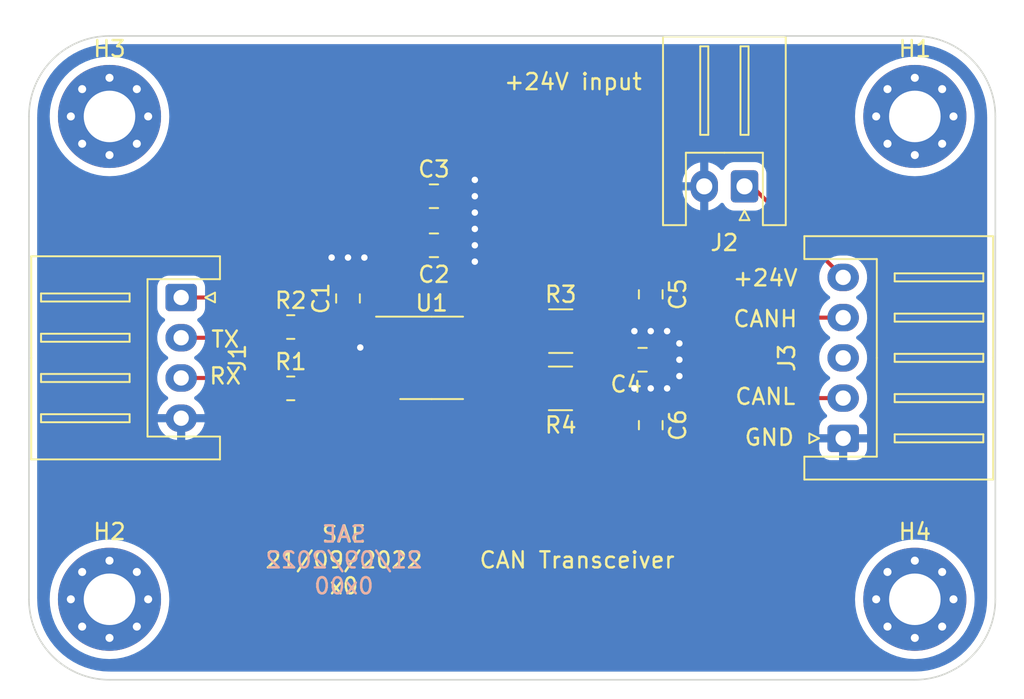
<source format=kicad_pcb>
(kicad_pcb (version 20211014) (generator pcbnew)
  (layers (0 "F.Cu" signal) (31 "B.Cu" signal) (34 "B.Paste" user) (35 "F.Paste" user) (36 "B.SilkS" user "B.Silkscreen") (37 "F.SilkS" user "F.Silkscreen") (38 "B.Mask" user) (39 "F.Mask" user) (44 "Edge.Cuts" user))
  (net 0 "")
  (net 1 "+3.3V")
  (net 2 "Net-(C4-Pad1)")
  (net 3 "/CANH")
  (net 4 "GND")
  (net 5 "+24V")
  (net 6 "/CANL")
  (net 7 "/TX")
  (net 8 "/RX")
  (net 9 "Earth_Protective")
  (net 10 "Net-(C1-Pad1)")
  (net 11 "Net-(R1-Pad2)")
  (footprint "MountingHole:MountingHole_3.2mm_M3_Pad_Via" (layer "F.Cu") (at 100 70)
    (fp_text reference "H2" (at 0 -4.2) (layer "F.SilkS"))
    (fp_text value "MountingHole")
    (pad "1" thru_hole circle (at -1.697056 1.697056) (size 0.8 0.8) (drill 0.5) (layers *.Cu *.Mask))
    (pad "1" thru_hole circle (at 1.697056 1.697056) (size 0.8 0.8) (drill 0.5) (layers *.Cu *.Mask))
    (pad "1" thru_hole circle (at 1.697056 -1.697056) (size 0.8 0.8) (drill 0.5) (layers *.Cu *.Mask))
    (pad "1" thru_hole circle (at 2.4 0) (size 0.8 0.8) (drill 0.5) (layers *.Cu *.Mask))
    (pad "1" thru_hole circle (at 0 -2.4) (size 0.8 0.8) (drill 0.5) (layers *.Cu *.Mask))
    (pad "1" thru_hole circle (at -1.697056 -1.697056) (size 0.8 0.8) (drill 0.5) (layers *.Cu *.Mask))
    (pad "1" thru_hole circle (at -2.4 0) (size 0.8 0.8) (drill 0.5) (layers *.Cu *.Mask))
    (pad "1" thru_hole circle (at 0 0) (size 6.4 6.4) (drill 3.2) (layers *.Cu *.Mask))
    (pad "1" thru_hole circle (at 0 2.4) (size 0.8 0.8) (drill 0.5) (layers *.Cu *.Mask))
  )
  (footprint "Resistor_SMD:R_1210_3225Metric" (layer "F.Cu") (at 128 56.896)
    (fp_text reference "R4" (at 0.016 2.286) (layer "F.SilkS"))
    (fp_text value "R_Small")
    (fp_line (start -0.723737 -1.355) (end 0.723737 -1.355) (layer "F.SilkS") (width 0.12))
    (fp_line (start -0.723737 1.355) (end 0.723737 1.355) (layer "F.SilkS") (width 0.12))
    (pad "1" smd roundrect (at -1.4625 0) (size 1.125 2.65) (layers "F.Cu" "F.Paste" "F.Mask") (roundrect_rratio 0.222222) (net 6 "/CANL"))
    (pad "2" smd roundrect (at 1.4625 0) (size 1.125 2.65) (layers "F.Cu" "F.Paste" "F.Mask") (roundrect_rratio 0.222222) (net 2 "Net-(C4-Pad1)"))
  )
  (footprint "Connector_JST:JST_XH_S4B-XH-A_1x04_P2.50mm_Horizontal" (layer "F.Cu") (at 104.45 51.25 -90)
    (fp_text reference "J1" (at 3.75 -3.5 90) (layer "F.SilkS"))
    (fp_text value "Conn_01x04")
    (fp_line (start 7.25 3.2) (end 7.25 8.7) (layer "F.SilkS") (width 0.12))
    (fp_line (start 5.25 8.7) (end 5.25 3.2) (layer "F.SilkS") (width 0.12))
    (fp_line (start 0.25 8.7) (end 0.25 3.2) (layer "F.SilkS") (width 0.12))
    (fp_line (start -2.56 -2.41) (end -1.14 -2.41) (layer "F.SilkS") (width 0.12))
    (fp_line (start 10.06 -2.41) (end 8.64 -2.41) (layer "F.SilkS") (width 0.12))
    (fp_line (start 3.75 9.31) (end 10.06 9.31) (layer "F.SilkS") (width 0.12))
    (fp_line (start 4.75 3.2) (end 4.75 8.7) (layer "F.SilkS") (width 0.12))
    (fp_line (start -0.25 3.2) (end -0.25 8.7) (layer "F.SilkS") (width 0.12))
    (fp_line (start 0.3 -2.1) (end 0 -1.5) (layer "F.SilkS") (width 0.12))
    (fp_line (start -0.25 8.7) (end 0.25 8.7) (layer "F.SilkS") (width 0.12))
    (fp_line (start 2.75 8.7) (end 2.75 3.2) (layer "F.SilkS") (width 0.12))
    (fp_line (start -0.3 -2.1) (end 0.3 -2.1) (layer "F.SilkS") (width 0.12))
    (fp_line (start 2.75 3.2) (end 2.25 3.2) (layer "F.SilkS") (width 0.12))
    (fp_line (start -1.14 2.09) (end 3.75 2.09) (layer "F.SilkS") (width 0.12))
    (fp_line (start 10.06 9.31) (end 10.06 -2.41) (layer "F.SilkS") (width 0.12))
    (fp_line (start 5.25 3.2) (end 4.75 3.2) (layer "F.SilkS") (width 0.12))
    (fp_line (start 3.75 9.31) (end -2.56 9.31) (layer "F.SilkS") (width 0.12))
    (fp_line (start 2.25 3.2) (end 2.25 8.7) (layer "F.SilkS") (width 0.12))
    (fp_line (start 2.25 8.7) (end 2.75 8.7) (layer "F.SilkS") (width 0.12))
    (fp_line (start 8.64 -2.41) (end 8.64 2.09) (layer "F.SilkS") (width 0.12))
    (fp_line (start 4.75 8.7) (end 5.25 8.7) (layer "F.SilkS") (width 0.12))
    (fp_line (start 0.25 3.2) (end -0.25 3.2) (layer "F.SilkS") (width 0.12))
    (fp_line (start 0 -1.5) (end -0.3 -2.1) (layer "F.SilkS") (width 0.12))
    (fp_line (start 7.25 8.7) (end 7.75 8.7) (layer "F.SilkS") (width 0.12))
    (fp_line (start -2.56 9.31) (end -2.56 -2.41) (layer "F.SilkS") (width 0.12))
    (fp_line (start 8.64 2.09) (end 3.75 2.09) (layer "F.SilkS") (width 0.12))
    (fp_line (start 7.75 3.2) (end 7.25 3.2) (layer "F.SilkS") (width 0.12))
    (fp_line (start -1.14 -2.41) (end -1.14 2.09) (layer "F.SilkS") (width 0.12))
    (fp_line (start 7.75 8.7) (end 7.75 3.2) (layer "F.SilkS") (width 0.12))
    (pad "1" thru_hole roundrect (at 0 0 270) (size 1.7 1.95) (drill 0.95) (layers *.Cu *.Mask) (roundrect_rratio 0.147059) (net 1 "+3.3V"))
    (pad "2" thru_hole oval (at 2.5 0 270) (size 1.7 1.95) (drill 0.95) (layers *.Cu *.Mask) (net 7 "/TX"))
    (pad "3" thru_hole oval (at 5 0 270) (size 1.7 1.95) (drill 0.95) (layers *.Cu *.Mask) (net 8 "/RX"))
    (pad "4" thru_hole oval (at 7.5 0 270) (size 1.7 1.95) (drill 0.95) (layers *.Cu *.Mask) (net 4 "GND"))
  )
  (footprint "Resistor_SMD:R_1210_3225Metric" (layer "F.Cu") (at 128.016 53.34)
    (fp_text reference "R3" (at 0 -2.28) (layer "F.SilkS"))
    (fp_text value "R_Small")
    (fp_line (start -0.723737 1.355) (end 0.723737 1.355) (layer "F.SilkS") (width 0.12))
    (fp_line (start -0.723737 -1.355) (end 0.723737 -1.355) (layer "F.SilkS") (width 0.12))
    (pad "1" smd roundrect (at -1.4625 0) (size 1.125 2.65) (layers "F.Cu" "F.Paste" "F.Mask") (roundrect_rratio 0.222222) (net 3 "/CANH"))
    (pad "2" smd roundrect (at 1.4625 0) (size 1.125 2.65) (layers "F.Cu" "F.Paste" "F.Mask") (roundrect_rratio 0.222222) (net 2 "Net-(C4-Pad1)"))
  )
  (footprint "Package_SO:SOIC-8_3.9x4.9mm_P1.27mm" (layer "F.Cu") (at 120 55)
    (fp_text reference "U1" (at 0 -3.4) (layer "F.SilkS"))
    (fp_text value "SN65HVD232")
    (fp_line (start 0 2.56) (end 1.95 2.56) (layer "F.SilkS") (width 0.12))
    (fp_line (start 0 2.56) (end -1.95 2.56) (layer "F.SilkS") (width 0.12))
    (fp_line (start 0 -2.56) (end 1.95 -2.56) (layer "F.SilkS") (width 0.12))
    (fp_line (start 0 -2.56) (end -3.45 -2.56) (layer "F.SilkS") (width 0.12))
    (pad "1" smd roundrect (at -2.475 -1.905) (size 1.95 0.6) (layers "F.Cu" "F.Paste" "F.Mask") (net 10 "Net-(C1-Pad1)"))
    (pad "2" smd roundrect (at -2.475 -0.635) (size 1.95 0.6) (layers "F.Cu" "F.Paste" "F.Mask") (net 4 "GND"))
    (pad "3" smd roundrect (at -2.475 0.635) (size 1.95 0.6) (layers "F.Cu" "F.Paste" "F.Mask") (net 1 "+3.3V"))
    (pad "4" smd roundrect (at -2.475 1.905) (size 1.95 0.6) (layers "F.Cu" "F.Paste" "F.Mask") (net 11 "Net-(R1-Pad2)"))
    (pad "5" smd roundrect (at 2.475 1.905) (size 1.95 0.6) (layers "F.Cu" "F.Paste" "F.Mask"))
    (pad "6" smd roundrect (at 2.475 0.635) (size 1.95 0.6) (layers "F.Cu" "F.Paste" "F.Mask") (net 6 "/CANL"))
    (pad "7" smd roundrect (at 2.475 -0.635) (size 1.95 0.6) (layers "F.Cu" "F.Paste" "F.Mask") (net 3 "/CANH"))
    (pad "8" smd roundrect (at 2.475 -1.905) (size 1.95 0.6) (layers "F.Cu" "F.Paste" "F.Mask"))
  )
  (footprint "MountingHole:MountingHole_3.2mm_M3_Pad_Via" (layer "F.Cu") (at 150 40)
    (fp_text reference "H1" (at 0 -4.2) (layer "F.SilkS"))
    (fp_text value "MountingHole")
    (pad "1" thru_hole circle (at 0 -2.4) (size 0.8 0.8) (drill 0.5) (layers *.Cu *.Mask))
    (pad "1" thru_hole circle (at 0 2.4) (size 0.8 0.8) (drill 0.5) (layers *.Cu *.Mask))
    (pad "1" thru_hole circle (at -1.697056 1.697056) (size 0.8 0.8) (drill 0.5) (layers *.Cu *.Mask))
    (pad "1" thru_hole circle (at 2.4 0) (size 0.8 0.8) (drill 0.5) (layers *.Cu *.Mask))
    (pad "1" thru_hole circle (at -1.697056 -1.697056) (size 0.8 0.8) (drill 0.5) (layers *.Cu *.Mask))
    (pad "1" thru_hole circle (at -2.4 0) (size 0.8 0.8) (drill 0.5) (layers *.Cu *.Mask))
    (pad "1" thru_hole circle (at 1.697056 1.697056) (size 0.8 0.8) (drill 0.5) (layers *.Cu *.Mask))
    (pad "1" thru_hole circle (at 1.697056 -1.697056) (size 0.8 0.8) (drill 0.5) (layers *.Cu *.Mask))
    (pad "1" thru_hole circle (at 0 0) (size 6.4 6.4) (drill 3.2) (layers *.Cu *.Mask))
  )
  (footprint "Capacitor_SMD:C_0805_2012Metric" (layer "F.Cu") (at 120.142 48.006)
    (fp_text reference "C2" (at 0 1.816) (layer "F.SilkS"))
    (fp_text value "C_Small")
    (fp_line (start -0.261252 0.735) (end 0.261252 0.735) (layer "F.SilkS") (width 0.12))
    (fp_line (start -0.261252 -0.735) (end 0.261252 -0.735) (layer "F.SilkS") (width 0.12))
    (pad "1" smd roundrect (at -0.95 0) (size 1 1.45) (layers "F.Cu" "F.Paste" "F.Mask") (net 1 "+3.3V"))
    (pad "2" smd roundrect (at 0.95 0) (size 1 1.45) (layers "F.Cu" "F.Paste" "F.Mask") (net 4 "GND"))
  )
  (footprint "Capacitor_SMD:C_0805_2012Metric" (layer "F.Cu") (at 114.808 51.308 90)
    (fp_text reference "C1" (at 0 -1.68 90) (layer "F.SilkS"))
    (fp_text value "C_Small")
    (fp_line (start -0.261252 -0.735) (end 0.261252 -0.735) (layer "F.SilkS") (width 0.12))
    (fp_line (start -0.261252 0.735) (end 0.261252 0.735) (layer "F.SilkS") (width 0.12))
    (pad "1" smd roundrect (at -0.95 0 90) (size 1 1.45) (layers "F.Cu" "F.Paste" "F.Mask") (net 10 "Net-(C1-Pad1)"))
    (pad "2" smd roundrect (at 0.95 0 90) (size 1 1.45) (layers "F.Cu" "F.Paste" "F.Mask") (net 4 "GND"))
  )
  (footprint "MountingHole:MountingHole_3.2mm_M3_Pad_Via" (layer "F.Cu") (at 150 70)
    (fp_text reference "H4" (at 0 -4.2) (layer "F.SilkS"))
    (fp_text value "MountingHole")
    (pad "1" thru_hole circle (at 0 -2.4) (size 0.8 0.8) (drill 0.5) (layers *.Cu *.Mask))
    (pad "1" thru_hole circle (at -1.697056 1.697056) (size 0.8 0.8) (drill 0.5) (layers *.Cu *.Mask))
    (pad "1" thru_hole circle (at 0 2.4) (size 0.8 0.8) (drill 0.5) (layers *.Cu *.Mask))
    (pad "1" thru_hole circle (at 2.4 0) (size 0.8 0.8) (drill 0.5) (layers *.Cu *.Mask))
    (pad "1" thru_hole circle (at -1.697056 -1.697056) (size 0.8 0.8) (drill 0.5) (layers *.Cu *.Mask))
    (pad "1" thru_hole circle (at 1.697056 1.697056) (size 0.8 0.8) (drill 0.5) (layers *.Cu *.Mask))
    (pad "1" thru_hole circle (at -2.4 0) (size 0.8 0.8) (drill 0.5) (layers *.Cu *.Mask))
    (pad "1" thru_hole circle (at 0 0) (size 6.4 6.4) (drill 3.2) (layers *.Cu *.Mask))
    (pad "1" thru_hole circle (at 1.697056 -1.697056) (size 0.8 0.8) (drill 0.5) (layers *.Cu *.Mask))
  )
  (footprint "MountingHole:MountingHole_3.2mm_M3_Pad_Via" (layer "F.Cu") (at 100 40)
    (fp_text reference "H3" (at 0 -4.2) (layer "F.SilkS"))
    (fp_text value "MountingHole")
    (pad "1" thru_hole circle (at 1.697056 1.697056) (size 0.8 0.8) (drill 0.5) (layers *.Cu *.Mask))
    (pad "1" thru_hole circle (at 0 0) (size 6.4 6.4) (drill 3.2) (layers *.Cu *.Mask))
    (pad "1" thru_hole circle (at -2.4 0) (size 0.8 0.8) (drill 0.5) (layers *.Cu *.Mask))
    (pad "1" thru_hole circle (at -1.697056 -1.697056) (size 0.8 0.8) (drill 0.5) (layers *.Cu *.Mask))
    (pad "1" thru_hole circle (at 1.697056 -1.697056) (size 0.8 0.8) (drill 0.5) (layers *.Cu *.Mask))
    (pad "1" thru_hole circle (at 0 -2.4) (size 0.8 0.8) (drill 0.5) (layers *.Cu *.Mask))
    (pad "1" thru_hole circle (at 0 2.4) (size 0.8 0.8) (drill 0.5) (layers *.Cu *.Mask))
    (pad "1" thru_hole circle (at 2.4 0) (size 0.8 0.8) (drill 0.5) (layers *.Cu *.Mask))
    (pad "1" thru_hole circle (at -1.697056 1.697056) (size 0.8 0.8) (drill 0.5) (layers *.Cu *.Mask))
  )
  (footprint "Capacitor_SMD:C_0805_2012Metric" (layer "F.Cu") (at 133.604 51.054 -90)
    (fp_text reference "C5" (at 0 -1.68 90) (layer "F.SilkS"))
    (fp_text value "C_Small")
    (fp_line (start -0.261252 0.735) (end 0.261252 0.735) (layer "F.SilkS") (width 0.12))
    (fp_line (start -0.261252 -0.735) (end 0.261252 -0.735) (layer "F.SilkS") (width 0.12))
    (pad "1" smd roundrect (at -0.95 0 270) (size 1 1.45) (layers "F.Cu" "F.Paste" "F.Mask") (net 3 "/CANH"))
    (pad "2" smd roundrect (at 0.95 0 270) (size 1 1.45) (layers "F.Cu" "F.Paste" "F.Mask") (net 4 "GND"))
  )
  (footprint "Resistor_SMD:R_0805_2012Metric" (layer "F.Cu") (at 111.252 56.896)
    (fp_text reference "R1" (at 0 -1.65) (layer "F.SilkS"))
    (fp_text value "R_Small")
    (fp_line (start -0.227064 0.735) (end 0.227064 0.735) (layer "F.SilkS") (width 0.12))
    (fp_line (start -0.227064 -0.735) (end 0.227064 -0.735) (layer "F.SilkS") (width 0.12))
    (pad "1" smd roundrect (at -0.9125 0) (size 1.025 1.4) (layers "F.Cu" "F.Paste" "F.Mask") (roundrect_rratio 0.243902) (net 8 "/RX"))
    (pad "2" smd roundrect (at 0.9125 0) (size 1.025 1.4) (layers "F.Cu" "F.Paste" "F.Mask") (roundrect_rratio 0.243902) (net 11 "Net-(R1-Pad2)"))
  )
  (footprint "Connector_JST:JST_XH_S2B-XH-A_1x02_P2.50mm_Horizontal" (layer "F.Cu") (at 139.426 44.344 180)
    (fp_text reference "J2" (at 1.25 -3.5) (layer "F.SilkS"))
    (fp_text value "Conn_01x02")
    (fp_line (start 2.75 3.2) (end 2.25 3.2) (layer "F.SilkS") (width 0.12))
    (fp_line (start -2.56 -2.41) (end -1.14 -2.41) (layer "F.SilkS") (width 0.12))
    (fp_line (start 5.06 9.31) (end 5.06 -2.41) (layer "F.SilkS") (width 0.12))
    (fp_line (start 3.64 2.09) (end 1.25 2.09) (layer "F.SilkS") (width 0.12))
    (fp_line (start -2.56 9.31) (end -2.56 -2.41) (layer "F.SilkS") (width 0.12))
    (fp_line (start -0.25 3.2) (end -0.25 8.7) (layer "F.SilkS") (width 0.12))
    (fp_line (start 5.06 -2.41) (end 3.64 -2.41) (layer "F.SilkS") (width 0.12))
    (fp_line (start 0.25 3.2) (end -0.25 3.2) (layer "F.SilkS") (width 0.12))
    (fp_line (start -1.14 -2.41) (end -1.14 2.09) (layer "F.SilkS") (width 0.12))
    (fp_line (start -1.14 2.09) (end 1.25 2.09) (layer "F.SilkS") (width 0.12))
    (fp_line (start 2.75 8.7) (end 2.75 3.2) (layer "F.SilkS") (width 0.12))
    (fp_line (start 2.25 3.2) (end 2.25 8.7) (layer "F.SilkS") (width 0.12))
    (fp_line (start 3.64 -2.41) (end 3.64 2.09) (layer "F.SilkS") (width 0.12))
    (fp_line (start 0.3 -2.1) (end 0 -1.5) (layer "F.SilkS") (width 0.12))
    (fp_line (start 1.25 9.31) (end -2.56 9.31) (layer "F.SilkS") (width 0.12))
    (fp_line (start 0.25 8.7) (end 0.25 3.2) (layer "F.SilkS") (width 0.12))
    (fp_line (start 1.25 9.31) (end 5.06 9.31) (layer "F.SilkS") (width 0.12))
    (fp_line (start -0.3 -2.1) (end 0.3 -2.1) (layer "F.SilkS") (width 0.12))
    (fp_line (start -0.25 8.7) (end 0.25 8.7) (layer "F.SilkS") (width 0.12))
    (fp_line (start 2.25 8.7) (end 2.75 8.7) (layer "F.SilkS") (width 0.12))
    (fp_line (start 0 -1.5) (end -0.3 -2.1) (layer "F.SilkS") (width 0.12))
    (pad "1" thru_hole roundrect (at 0 0 180) (size 1.7 2) (drill 1) (layers *.Cu *.Mask) (roundrect_rratio 0.147059) (net 5 "+24V"))
    (pad "2" thru_hole oval (at 2.5 0 180) (size 1.7 2) (drill 1) (layers *.Cu *.Mask) (net 4 "GND"))
  )
  (footprint "Resistor_SMD:R_0805_2012Metric" (layer "F.Cu") (at 111.252 53.086)
    (fp_text reference "R2" (at 0 -1.65) (layer "F.SilkS"))
    (fp_text value "R_Small")
    (fp_line (start -0.227064 -0.735) (end 0.227064 -0.735) (layer "F.SilkS") (width 0.12))
    (fp_line (start -0.227064 0.735) (end 0.227064 0.735) (layer "F.SilkS") (width 0.12))
    (pad "1" smd roundrect (at -0.9125 0) (size 1.025 1.4) (layers "F.Cu" "F.Paste" "F.Mask") (roundrect_rratio 0.243902) (net 7 "/TX"))
    (pad "2" smd roundrect (at 0.9125 0) (size 1.025 1.4) (layers "F.Cu" "F.Paste" "F.Mask") (roundrect_rratio 0.243902) (net 10 "Net-(C1-Pad1)"))
  )
  (footprint "Capacitor_SMD:C_0805_2012Metric" (layer "F.Cu") (at 120.142 44.958)
    (fp_text reference "C3" (at 0 -1.68) (layer "F.SilkS"))
    (fp_text value "C_Small")
    (fp_line (start -0.261252 0.735) (end 0.261252 0.735) (layer "F.SilkS") (width 0.12))
    (fp_line (start -0.261252 -0.735) (end 0.261252 -0.735) (layer "F.SilkS") (width 0.12))
    (pad "1" smd roundrect (at -0.95 0) (size 1 1.45) (layers "F.Cu" "F.Paste" "F.Mask") (net 1 "+3.3V"))
    (pad "2" smd roundrect (at 0.95 0) (size 1 1.45) (layers "F.Cu" "F.Paste" "F.Mask") (net 4 "GND"))
  )
  (footprint "Capacitor_SMD:C_0805_2012Metric" (layer "F.Cu") (at 133.604 59.182 -90)
    (fp_text reference "C6" (at 0 -1.68 90) (layer "F.SilkS"))
    (fp_text value "C_Small")
    (fp_line (start -0.261252 -0.735) (end 0.261252 -0.735) (layer "F.SilkS") (width 0.12))
    (fp_line (start -0.261252 0.735) (end 0.261252 0.735) (layer "F.SilkS") (width 0.12))
    (pad "1" smd roundrect (at -0.95 0 270) (size 1 1.45) (layers "F.Cu" "F.Paste" "F.Mask") (net 4 "GND"))
    (pad "2" smd roundrect (at 0.95 0 270) (size 1 1.45) (layers "F.Cu" "F.Paste" "F.Mask") (net 6 "/CANL"))
  )
  (footprint "Capacitor_SMD:C_0805_2012Metric" (layer "F.Cu") (at 133.096 55.118)
    (fp_text reference "C4" (at -1.016 1.524) (layer "F.SilkS"))
    (fp_text value "C_Small")
    (fp_line (start -0.261252 -0.735) (end 0.261252 -0.735) (layer "F.SilkS") (width 0.12))
    (fp_line (start -0.261252 0.735) (end 0.261252 0.735) (layer "F.SilkS") (width 0.12))
    (pad "1" smd roundrect (at -0.95 0) (size 1 1.45) (layers "F.Cu" "F.Paste" "F.Mask") (net 2 "Net-(C4-Pad1)"))
    (pad "2" smd roundrect (at 0.95 0) (size 1 1.45) (layers "F.Cu" "F.Paste" "F.Mask") (net 4 "GND"))
  )
  (footprint "Connector_JST:JST_XH_S5B-XH-A_1x05_P2.50mm_Horizontal" (layer "F.Cu") (at 145.55 60 90)
    (fp_text reference "J3" (at 5 -3.5 90) (layer "F.SilkS"))
    (fp_text value "Conn_01x05")
    (fp_line (start 5.25 3.2) (end 4.75 3.2) (layer "F.SilkS") (width 0.12))
    (fp_line (start 7.25 3.2) (end 7.25 8.7) (layer "F.SilkS") (width 0.12))
    (fp_line (start 5.25 8.7) (end 5.25 3.2) (layer "F.SilkS") (width 0.12))
    (fp_line (start 0.25 3.2) (end -0.25 3.2) (layer "F.SilkS") (width 0.12))
    (fp_line (start 2.75 8.7) (end 2.75 3.2) (layer "F.SilkS") (width 0.12))
    (fp_line (start 2.75 3.2) (end 2.25 3.2) (layer "F.SilkS") (width 0.12))
    (fp_line (start 12.56 -2.41) (end 11.14 -2.41) (layer "F.SilkS") (width 0.12))
    (fp_line (start 4.75 3.2) (end 4.75 8.7) (layer "F.SilkS") (width 0.12))
    (fp_line (start -0.25 8.7) (end 0.25 8.7) (layer "F.SilkS") (width 0.12))
    (fp_line (start 2.25 8.7) (end 2.75 8.7) (layer "F.SilkS") (width 0.12))
    (fp_line (start 2.25 3.2) (end 2.25 8.7) (layer "F.SilkS") (width 0.12))
    (fp_line (start 9.75 8.7) (end 10.25 8.7) (layer "F.SilkS") (width 0.12))
    (fp_line (start 0 -1.5) (end -0.3 -2.1) (layer "F.SilkS") (width 0.12))
    (fp_line (start 9.75 3.2) (end 9.75 8.7) (layer "F.SilkS") (width 0.12))
    (fp_line (start 11.14 2.09) (end 5 2.09) (layer "F.SilkS") (width 0.12))
    (fp_line (start 7.75 3.2) (end 7.25 3.2) (layer "F.SilkS") (width 0.12))
    (fp_line (start 0.25 8.7) (end 0.25 3.2) (layer "F.SilkS") (width 0.12))
    (fp_line (start -0.3 -2.1) (end 0.3 -2.1) (layer "F.SilkS") (width 0.12))
    (fp_line (start 11.14 -2.41) (end 11.14 2.09) (layer "F.SilkS") (width 0.12))
    (fp_line (start 10.25 3.2) (end 9.75 3.2) (layer "F.SilkS") (width 0.12))
    (fp_line (start -2.56 9.31) (end -2.56 -2.41) (layer "F.SilkS") (width 0.12))
    (fp_line (start -1.14 -2.41) (end -1.14 2.09) (layer "F.SilkS") (width 0.12))
    (fp_line (start 0.3 -2.1) (end 0 -1.5) (layer "F.SilkS") (width 0.12))
    (fp_line (start -1.14 2.09) (end 5 2.09) (layer "F.SilkS") (width 0.12))
    (fp_line (start -0.25 3.2) (end -0.25 8.7) (layer "F.SilkS") (width 0.12))
    (fp_line (start 5 9.31) (end -2.56 9.31) (layer "F.SilkS") (width 0.12))
    (fp_line (start 12.56 9.31) (end 12.56 -2.41) (layer "F.SilkS") (width 0.12))
    (fp_line (start 10.25 8.7) (end 10.25 3.2) (layer "F.SilkS") (width 0.12))
    (fp_line (start 7.25 8.7) (end 7.75 8.7) (layer "F.SilkS") (width 0.12))
    (fp_line (start 4.75 8.7) (end 5.25 8.7) (layer "F.SilkS") (width 0.12))
    (fp_line (start 7.75 8.7) (end 7.75 3.2) (layer "F.SilkS") (width 0.12))
    (fp_line (start 5 9.31) (end 12.56 9.31) (layer "F.SilkS") (width 0.12))
    (fp_line (start -2.56 -2.41) (end -1.14 -2.41) (layer "F.SilkS") (width 0.12))
    (pad "1" thru_hole roundrect (at 0 0 90) (size 1.7 1.95) (drill 0.95) (layers *.Cu *.Mask) (roundrect_rratio 0.147059) (net 4 "GND"))
    (pad "2" thru_hole oval (at 2.5 0 90) (size 1.7 1.95) (drill 0.95) (layers *.Cu *.Mask) (net 6 "/CANL"))
    (pad "3" thru_hole oval (at 5 0 90) (size 1.7 1.95) (drill 0.95) (layers *.Cu *.Mask) (net 9 "Earth_Protective"))
    (pad "4" thru_hole oval (at 7.5 0 90) (size 1.7 1.95) (drill 0.95) (layers *.Cu *.Mask) (net 3 "/CANH"))
    (pad "5" thru_hole oval (at 10 0 90) (size 1.7 1.95) (drill 0.95) (layers *.Cu *.Mask) (net 5 "+24V"))
  )
  (gr_line (start 150 35) (end 100 35) (layer "Edge.Cuts") (width 0.1))
  (gr_line (start 95 40) (end 95 70) (layer "Edge.Cuts") (width 0.1))
  (gr_arc (start 155 70) (mid 153.535534 73.535534) (end 150 75) (layer "Edge.Cuts") (width 0.1))
  (gr_line (start 100 75) (end 150 75) (layer "Edge.Cuts") (width 0.1))
  (gr_arc (start 150 35) (mid 153.535534 36.464466) (end 155 40) (layer "Edge.Cuts") (width 0.1))
  (gr_arc (start 95 40) (mid 96.464466 36.464466) (end 100 35) (layer "Edge.Cuts") (width 0.1))
  (gr_arc (start 100 75) (mid 96.464466 73.535534) (end 95 70) (layer "Edge.Cuts") (width 0.1))
  (gr_line (start 155 70) (end 155 40) (layer "Edge.Cuts") (width 0.1))
  (gr_text "SAE\n21/09/2022\n0x00" (at 114.554 67.564) (layer "B.SilkS") (effects (font (size 1 1)) (justify mirror)))
  (gr_text "TX" (at 107.188 53.848) (layer "F.SilkS") (effects (font (size 1 1))))
  (gr_text "+24V input" (at 128.778 37.846) (layer "F.SilkS") (effects (font (size 1 1))))
  (gr_text "CANL" (at 140.716 57.404) (layer "F.SilkS") (effects (font (size 1 1))))
  (gr_text "CANH\n" (at 140.716 52.578) (layer "F.SilkS") (effects (font (size 1 1))))
  (gr_text "RX" (at 107.188 56.134) (layer "F.SilkS") (effects (font (size 1 1))))
  (gr_text "SAE\n21/09/2022\n0x00" (at 114.554 67.564) (layer "F.SilkS") (effects (font (size 1 1))))
  (gr_text "+24V" (at 140.716 50.038) (layer "F.SilkS") (effects (font (size 1 1))))
  (gr_text "CAN Transceiver" (at 129.032 67.564) (layer "F.SilkS") (effects (font (size 1 1))))
  (gr_text "GND" (at 140.97 59.944) (layer "F.SilkS") (effects (font (size 1 1))))
  (segment (start 108.516 51.25) (end 116.332 43.434) (width 0.25) (layer "F.Cu") (net 1))
  (segment (start 116.332 43.434) (end 118.618 43.434) (width 0.25) (layer "F.Cu") (net 1))
  (segment (start 119.192 48.006) (end 119.192 54.544) (width 0.25) (layer "F.Cu") (net 1))
  (segment (start 118.101 55.635) (end 117.525 55.635) (width 0.25) (layer "F.Cu") (net 1))
  (segment (start 104.45 51.25) (end 108.516 51.25) (width 0.25) (layer "F.Cu") (net 1))
  (segment (start 119.192 44.008) (end 119.192 48.006) (width 0.25) (layer "F.Cu") (net 1))
  (segment (start 119.192 54.544) (end 118.101 55.635) (width 0.25) (layer "F.Cu") (net 1))
  (segment (start 118.618 43.434) (end 119.192 44.008) (width 0.25) (layer "F.Cu") (net 1))
  (segment (start 129.4785 53.34) (end 130.368 53.34) (width 0.25) (layer "F.Cu") (net 2))
  (segment (start 130.368 56.896) (end 129.4625 56.896) (width 0.25) (layer "F.Cu") (net 2))
  (segment (start 130.368 53.34) (end 132.146 55.118) (width 0.25) (layer "F.Cu") (net 2))
  (segment (start 132.146 55.118) (end 130.368 56.896) (width 0.25) (layer "F.Cu") (net 2))
  (segment (start 129.7895 50.104) (end 133.604 50.104) (width 0.25) (layer "F.Cu") (net 3))
  (segment (start 126.5535 53.34) (end 129.7895 50.104) (width 0.25) (layer "F.Cu") (net 3))
  (segment (start 133.604 50.104) (end 136 52.5) (width 0.25) (layer "F.Cu") (net 3))
  (segment (start 122.475 54.365) (end 125.5285 54.365) (width 0.25) (layer "F.Cu") (net 3))
  (segment (start 136 52.5) (end 145.55 52.5) (width 0.25) (layer "F.Cu") (net 3))
  (segment (start 125.5285 54.365) (end 126.5535 53.34) (width 0.25) (layer "F.Cu") (net 3))
  (segment (start 121.092 48.006) (end 122.682 48.006) (width 0.25) (layer "F.Cu") (net 4))
  (segment (start 115.57 54.356) (end 117.516 54.356) (width 0.25) (layer "F.Cu") (net 4))
  (segment (start 132.588 57.216) (end 133.604 58.232) (width 0.25) (layer "F.Cu") (net 4))
  (segment (start 135.382 55.118) (end 134.046 55.118) (width 0.25) (layer "F.Cu") (net 4))
  (segment (start 132.588 56.896) (end 132.588 57.216) (width 0.25) (layer "F.Cu") (net 4))
  (segment (start 122.108 46.99) (end 121.092 48.006) (width 0.25) (layer "F.Cu") (net 4))
  (segment (start 135.062 56.134) (end 134.046 55.118) (width 0.25) (layer "F.Cu") (net 4))
  (segment (start 122.682 49.022) (end 122.108 49.022) (width 0.25) (layer "F.Cu") (net 4))
  (segment (start 122.682 46.99) (end 122.108 46.99) (width 0.25) (layer "F.Cu") (net 4))
  (segment (start 114.808 48.768) (end 114.808 50.358) (width 0.25) (layer "F.Cu") (net 4))
  (segment (start 135.382 54.102) (end 135.062 54.102) (width 0.25) (layer "F.Cu") (net 4))
  (segment (start 132.588 53.34) (end 132.588 53.02) (width 0.25) (layer "F.Cu") (net 4))
  (segment (start 135.382 56.134) (end 135.062 56.134) (width 0.25) (layer "F.Cu") (net 4))
  (segment (start 115.824 49.342) (end 114.808 50.358) (width 0.25) (layer "F.Cu") (net 4))
  (segment (start 113.792 48.768) (end 113.792 49.342) (width 0.25) (layer "F.Cu") (net 4))
  (segment (start 122.682 44.958) (end 121.092 44.958) (width 0.25) (layer "F.Cu") (net 4))
  (segment (start 134.62 53.02) (end 133.604 52.004) (width 0.25) (layer "F.Cu") (net 4))
  (segment (start 134.62 57.216) (end 133.604 58.232) (width 0.25) (layer "F.Cu") (net 4))
  (segment (start 113.792 49.342) (end 114.808 50.358) (width 0.25) (layer "F.Cu") (net 4))
  (segment (start 134.62 53.34) (end 134.62 53.02) (width 0.25) (layer "F.Cu") (net 4))
  (segment (start 134.62 56.896) (end 134.62 57.216) (width 0.25) (layer "F.Cu") (net 4))
  (segment (start 122.682 43.942) (end 122.108 43.942) (width 0.25) (layer "F.Cu") (net 4))
  (segment (start 122.108 43.942) (end 121.092 44.958) (width 0.25) (layer "F.Cu") (net 4))
  (segment (start 133.604 53.34) (end 133.604 52.004) (width 0.25) (layer "F.Cu") (net 4))
  (segment (start 122.682 45.974) (end 122.108 45.974) (width 0.25) (layer "F.Cu") (net 4))
  (segment (start 135.062 54.102) (end 134.046 55.118) (width 0.25) (layer "F.Cu") (net 4))
  (segment (start 117.516 54.356) (end 117.525 54.365) (width 0.25) (layer "F.Cu") (net 4))
  (segment (start 122.108 49.022) (end 121.092 48.006) (width 0.25) (layer "F.Cu") (net 4))
  (segment (start 132.588 53.02) (end 133.604 52.004) (width 0.25) (layer "F.Cu") (net 4))
  (segment (start 115.824 48.768) (end 115.824 49.342) (width 0.25) (layer "F.Cu") (net 4))
  (segment (start 133.604 56.896) (end 133.604 58.232) (width 0.25) (layer "F.Cu") (net 4))
  (segment (start 122.108 45.974) (end 121.092 44.958) (width 0.25) (layer "F.Cu") (net 4))
  (via (at 132.588 53.34) (size 0.8) (drill 0.4) (layers "F.Cu" "B.Cu") (net 4))
  (via (at 115.57 54.356) (size 0.8) (drill 0.4) (layers "F.Cu" "B.Cu") (net 4))
  (via (at 133.604 53.34) (size 0.8) (drill 0.4) (layers "F.Cu" "B.Cu") (net 4))
  (via (at 132.588 56.896) (size 0.8) (drill 0.4) (layers "F.Cu" "B.Cu") (net 4))
  (via (at 135.382 56.134) (size 0.8) (drill 0.4) (layers "F.Cu" "B.Cu") (net 4))
  (via (at 115.824 48.768) (size 0.8) (drill 0.4) (layers "F.Cu" "B.Cu") (net 4))
  (via (at 135.382 54.102) (size 0.8) (drill 0.4) (layers "F.Cu" "B.Cu") (net 4))
  (via (at 135.382 55.118) (size 0.8) (drill 0.4) (layers "F.Cu" "B.Cu") (net 4))
  (via (at 114.808 48.768) (size 0.8) (drill 0.4) (layers "F.Cu" "B.Cu") (net 4))
  (via (at 133.604 56.896) (size 0.8) (drill 0.4) (layers "F.Cu" "B.Cu") (net 4))
  (via (at 134.62 53.34) (size 0.8) (drill 0.4) (layers "F.Cu" "B.Cu") (net 4))
  (via (at 122.682 49.022) (size 0.8) (drill 0.4) (layers "F.Cu" "B.Cu") (net 4))
  (via (at 122.682 44.958) (size 0.8) (drill 0.4) (layers "F.Cu" "B.Cu") (net 4))
  (via (at 113.792 48.768) (size 0.8) (drill 0.4) (layers "F.Cu" "B.Cu") (net 4))
  (via (at 122.682 46.99) (size 0.8) (drill 0.4) (layers "F.Cu" "B.Cu") (net 4))
  (via (at 122.682 45.974) (size 0.8) (drill 0.4) (layers "F.Cu" "B.Cu") (net 4))
  (via (at 122.682 48.006) (size 0.8) (drill 0.4) (layers "F.Cu" "B.Cu") (net 4))
  (via (at 134.62 56.896) (size 0.8) (drill 0.4) (layers "F.Cu" "B.Cu") (net 4))
  (via (at 122.682 43.942) (size 0.8) (drill 0.4) (layers "F.Cu" "B.Cu") (net 4))
  (segment (start 139.894 44.344) (end 145.55 50) (width 0.25) (layer "F.Cu") (net 5))
  (segment (start 139.426 44.344) (end 139.894 44.344) (width 0.25) (layer "F.Cu") (net 5))
  (segment (start 122.475 55.635) (end 125.2765 55.635) (width 0.25) (layer "F.Cu") (net 6))
  (segment (start 126.5375 56.896) (end 129.7735 60.132) (width 0.25) (layer "F.Cu") (net 6))
  (segment (start 136.236 57.5) (end 145.55 57.5) (width 0.25) (layer "F.Cu") (net 6))
  (segment (start 129.7735 60.132) (end 133.604 60.132) (width 0.25) (layer "F.Cu") (net 6))
  (segment (start 133.604 60.132) (end 136.236 57.5) (width 0.25) (layer "F.Cu") (net 6))
  (segment (start 125.2765 55.635) (end 126.5375 56.896) (width 0.25) (layer "F.Cu") (net 6))
  (segment (start 109.6755 53.75) (end 110.3395 53.086) (width 0.25) (layer "F.Cu") (net 7))
  (segment (start 104.45 53.75) (end 109.6755 53.75) (width 0.25) (layer "F.Cu") (net 7))
  (segment (start 104.45 56.25) (end 109.6935 56.25) (width 0.25) (layer "F.Cu") (net 8))
  (segment (start 109.6935 56.25) (end 110.3395 56.896) (width 0.25) (layer "F.Cu") (net 8))
  (segment (start 114.808 52.258) (end 114.808 53.086) (width 0.25) (layer "F.Cu") (net 10))
  (segment (start 117.516 53.086) (end 117.525 53.095) (width 0.25) (layer "F.Cu") (net 10))
  (segment (start 114.808 53.086) (end 117.516 53.086) (width 0.25) (layer "F.Cu") (net 10))
  (segment (start 112.1645 53.086) (end 114.808 53.086) (width 0.25) (layer "F.Cu") (net 10))
  (segment (start 112.1645 56.896) (end 117.516 56.896) (width 0.25) (layer "F.Cu") (net 11))
  (segment (start 117.516 56.896) (end 117.525 56.905) (width 0.25) (layer "F.Cu") (net 11))
  (zone (net 4) (net_name "GND") (layer "B.Cu") (connect_pads (clearance 0.508)) (min_thickness 0.254) (fill yes (thermal_gap 0.508) (thermal_bridge_width 0.508))
    (polygon (pts (xy 154.94 76.2) (xy 93.98 76.2) (xy 93.98 32.766) (xy 154.94 32.766)))
  )
)
</source>
